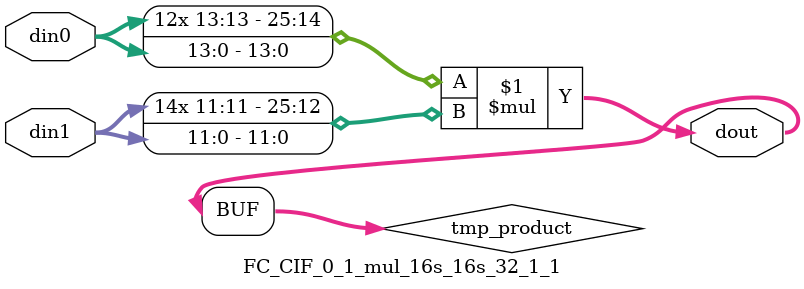
<source format=v>

`timescale 1 ns / 1 ps

  module FC_CIF_0_1_mul_16s_16s_32_1_1(din0, din1, dout);
parameter ID = 1;
parameter NUM_STAGE = 0;
parameter din0_WIDTH = 14;
parameter din1_WIDTH = 12;
parameter dout_WIDTH = 26;

input [din0_WIDTH - 1 : 0] din0; 
input [din1_WIDTH - 1 : 0] din1; 
output [dout_WIDTH - 1 : 0] dout;

wire signed [dout_WIDTH - 1 : 0] tmp_product;













assign tmp_product = $signed(din0) * $signed(din1);








assign dout = tmp_product;







endmodule

</source>
